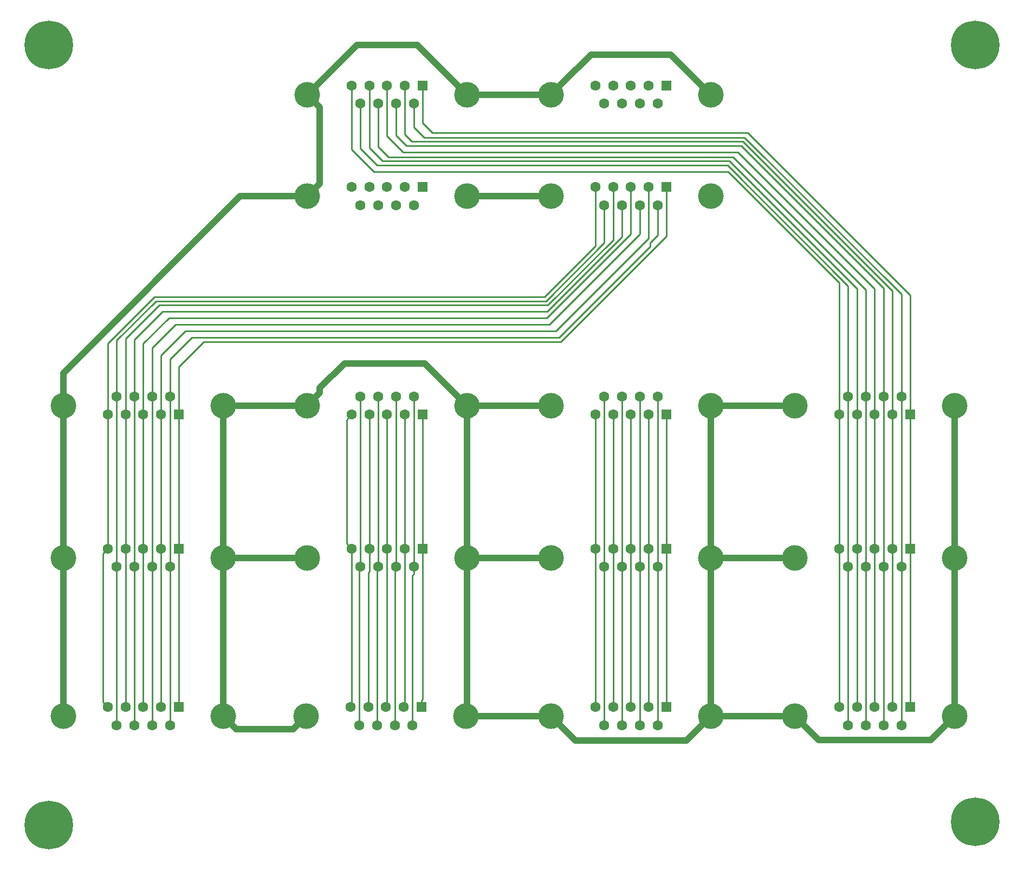
<source format=gbr>
G04 #@! TF.GenerationSoftware,KiCad,Pcbnew,(5.1.4)-1*
G04 #@! TF.CreationDate,2020-06-05T14:27:08+02:00*
G04 #@! TF.ProjectId,Breakout,42726561-6b6f-4757-942e-6b696361645f,rev?*
G04 #@! TF.SameCoordinates,Original*
G04 #@! TF.FileFunction,Copper,L2,Bot*
G04 #@! TF.FilePolarity,Positive*
%FSLAX46Y46*%
G04 Gerber Fmt 4.6, Leading zero omitted, Abs format (unit mm)*
G04 Created by KiCad (PCBNEW (5.1.4)-1) date 2020-06-05 14:27:08*
%MOMM*%
%LPD*%
G04 APERTURE LIST*
%ADD10R,1.600000X1.600000*%
%ADD11C,1.600000*%
%ADD12C,4.000000*%
%ADD13C,7.600000*%
%ADD14C,0.250000*%
%ADD15C,1.000000*%
G04 APERTURE END LIST*
D10*
X91440000Y-133985000D03*
D11*
X88670000Y-133985000D03*
X85900000Y-133985000D03*
X83130000Y-133985000D03*
X80360000Y-133985000D03*
X90055000Y-136825000D03*
X87285000Y-136825000D03*
X84515000Y-136825000D03*
X81745000Y-136825000D03*
D12*
X73400000Y-135405000D03*
X98400000Y-135405000D03*
D13*
X215900000Y-151892000D03*
D12*
X174600000Y-38250000D03*
X149600000Y-38250000D03*
D11*
X157945000Y-39670000D03*
X160715000Y-39670000D03*
X163485000Y-39670000D03*
X166255000Y-39670000D03*
X156560000Y-36830000D03*
X159330000Y-36830000D03*
X162100000Y-36830000D03*
X164870000Y-36830000D03*
D10*
X167640000Y-36830000D03*
X129540000Y-52705000D03*
D11*
X126770000Y-52705000D03*
X124000000Y-52705000D03*
X121230000Y-52705000D03*
X118460000Y-52705000D03*
X128155000Y-55545000D03*
X125385000Y-55545000D03*
X122615000Y-55545000D03*
X119845000Y-55545000D03*
D12*
X111500000Y-54125000D03*
X136500000Y-54125000D03*
D10*
X205740000Y-88265000D03*
D11*
X202970000Y-88265000D03*
X200200000Y-88265000D03*
X197430000Y-88265000D03*
X194660000Y-88265000D03*
X204355000Y-85425000D03*
X201585000Y-85425000D03*
X198815000Y-85425000D03*
X196045000Y-85425000D03*
D12*
X212700000Y-86845000D03*
X187700000Y-86845000D03*
X73400000Y-86845000D03*
X98400000Y-86845000D03*
D11*
X81745000Y-85425000D03*
X84515000Y-85425000D03*
X87285000Y-85425000D03*
X90055000Y-85425000D03*
X80360000Y-88265000D03*
X83130000Y-88265000D03*
X85900000Y-88265000D03*
X88670000Y-88265000D03*
D10*
X91440000Y-88265000D03*
X129540000Y-36830000D03*
D11*
X126770000Y-36830000D03*
X124000000Y-36830000D03*
X121230000Y-36830000D03*
X118460000Y-36830000D03*
X128155000Y-39670000D03*
X125385000Y-39670000D03*
X122615000Y-39670000D03*
X119845000Y-39670000D03*
D12*
X111500000Y-38250000D03*
X136500000Y-38250000D03*
X212700000Y-110640000D03*
X187700000Y-110640000D03*
D11*
X196045000Y-112060000D03*
X198815000Y-112060000D03*
X201585000Y-112060000D03*
X204355000Y-112060000D03*
X194660000Y-109220000D03*
X197430000Y-109220000D03*
X200200000Y-109220000D03*
X202970000Y-109220000D03*
D10*
X205740000Y-109220000D03*
X205740000Y-133985000D03*
D11*
X202970000Y-133985000D03*
X200200000Y-133985000D03*
X197430000Y-133985000D03*
X194660000Y-133985000D03*
X204355000Y-136825000D03*
X201585000Y-136825000D03*
X198815000Y-136825000D03*
X196045000Y-136825000D03*
D12*
X187700000Y-135405000D03*
X212700000Y-135405000D03*
X174600000Y-54125000D03*
X149600000Y-54125000D03*
D11*
X157945000Y-55545000D03*
X160715000Y-55545000D03*
X163485000Y-55545000D03*
X166255000Y-55545000D03*
X156560000Y-52705000D03*
X159330000Y-52705000D03*
X162100000Y-52705000D03*
X164870000Y-52705000D03*
D10*
X167640000Y-52705000D03*
D12*
X98400000Y-110640000D03*
X73400000Y-110640000D03*
D11*
X81745000Y-112060000D03*
X84515000Y-112060000D03*
X87285000Y-112060000D03*
X90055000Y-112060000D03*
X80360000Y-109220000D03*
X83130000Y-109220000D03*
X85900000Y-109220000D03*
X88670000Y-109220000D03*
D10*
X91440000Y-109220000D03*
D12*
X149600000Y-86845000D03*
X174600000Y-86845000D03*
D11*
X157945000Y-85425000D03*
X160715000Y-85425000D03*
X163485000Y-85425000D03*
X166255000Y-85425000D03*
X156560000Y-88265000D03*
X159330000Y-88265000D03*
X162100000Y-88265000D03*
X164870000Y-88265000D03*
D10*
X167640000Y-88265000D03*
X167640000Y-133985000D03*
D11*
X164870000Y-133985000D03*
X162100000Y-133985000D03*
X159330000Y-133985000D03*
X156560000Y-133985000D03*
X166255000Y-136825000D03*
X163485000Y-136825000D03*
X160715000Y-136825000D03*
X157945000Y-136825000D03*
D12*
X149600000Y-135405000D03*
X174600000Y-135405000D03*
X174600000Y-110640000D03*
X149600000Y-110640000D03*
D11*
X157945000Y-112060000D03*
X160715000Y-112060000D03*
X163485000Y-112060000D03*
X166255000Y-112060000D03*
X156560000Y-109220000D03*
X159330000Y-109220000D03*
X162100000Y-109220000D03*
X164870000Y-109220000D03*
D10*
X167640000Y-109220000D03*
X129540000Y-88265000D03*
D11*
X126770000Y-88265000D03*
X124000000Y-88265000D03*
X121230000Y-88265000D03*
X118460000Y-88265000D03*
X128155000Y-85425000D03*
X125385000Y-85425000D03*
X122615000Y-85425000D03*
X119845000Y-85425000D03*
D12*
X136500000Y-86845000D03*
X111500000Y-86845000D03*
X136325000Y-135405000D03*
X111325000Y-135405000D03*
D11*
X119670000Y-136825000D03*
X122440000Y-136825000D03*
X125210000Y-136825000D03*
X127980000Y-136825000D03*
X118285000Y-133985000D03*
X121055000Y-133985000D03*
X123825000Y-133985000D03*
X126595000Y-133985000D03*
D10*
X129365000Y-133985000D03*
X129540000Y-109220000D03*
D11*
X126770000Y-109220000D03*
X124000000Y-109220000D03*
X121230000Y-109220000D03*
X118460000Y-109220000D03*
X128155000Y-112060000D03*
X125385000Y-112060000D03*
X122615000Y-112060000D03*
X119845000Y-112060000D03*
D12*
X111500000Y-110640000D03*
X136500000Y-110640000D03*
D13*
X71120000Y-30480000D03*
X215900000Y-30480000D03*
X71120000Y-152400000D03*
D14*
X205740000Y-88265000D02*
X205740000Y-69596000D01*
X205740000Y-69596000D02*
X180340000Y-44196000D01*
X180340000Y-44196000D02*
X131064000Y-44196000D01*
X129540000Y-42672000D02*
X129540000Y-36830000D01*
X131064000Y-44196000D02*
X129540000Y-42672000D01*
X205740000Y-109220000D02*
X205740000Y-133985000D01*
X205740000Y-109220000D02*
X205740000Y-88265000D01*
X126770000Y-44474000D02*
X126770000Y-36830000D01*
X127873990Y-45577990D02*
X126770000Y-44474000D01*
X179593242Y-45577990D02*
X127873990Y-45577990D01*
X202970000Y-88265000D02*
X202970000Y-68954748D01*
X202970000Y-68954748D02*
X179593242Y-45577990D01*
X202970000Y-109220000D02*
X202970000Y-133985000D01*
X202970000Y-89396370D02*
X202970000Y-109220000D01*
X202970000Y-88265000D02*
X202970000Y-89396370D01*
X124000000Y-44752000D02*
X124000000Y-36830000D01*
X126492000Y-47244000D02*
X124000000Y-44752000D01*
X178816000Y-47244000D02*
X126492000Y-47244000D01*
X200200000Y-88265000D02*
X200200000Y-68628000D01*
X200200000Y-68628000D02*
X178816000Y-47244000D01*
X200200000Y-109220000D02*
X200200000Y-133985000D01*
X200200000Y-89396370D02*
X200200000Y-109220000D01*
X200200000Y-88265000D02*
X200200000Y-89396370D01*
X121230000Y-46554000D02*
X121230000Y-36830000D01*
X123301990Y-48625990D02*
X121230000Y-46554000D01*
X177464494Y-48625990D02*
X123301990Y-48625990D01*
X197430000Y-88265000D02*
X197430000Y-68591496D01*
X197430000Y-68591496D02*
X177464494Y-48625990D01*
X197430000Y-112636002D02*
X197430000Y-133985000D01*
X197430000Y-109220000D02*
X197430000Y-112636002D01*
X197430000Y-89396370D02*
X197430000Y-109220000D01*
X197430000Y-88265000D02*
X197430000Y-89396370D01*
X194660000Y-88265000D02*
X194660000Y-67660000D01*
X194660000Y-67660000D02*
X177292000Y-50292000D01*
X177292000Y-50292000D02*
X121920000Y-50292000D01*
X118460000Y-46832000D02*
X118460000Y-36830000D01*
X121920000Y-50292000D02*
X118460000Y-46832000D01*
X194660000Y-109220000D02*
X194660000Y-133985000D01*
X194660000Y-89396370D02*
X194660000Y-109220000D01*
X194660000Y-88265000D02*
X194660000Y-89396370D01*
X204355000Y-69420496D02*
X204355000Y-85425000D01*
X179862484Y-44927980D02*
X204355000Y-69420496D01*
X129763980Y-44927980D02*
X179862484Y-44927980D01*
X128155000Y-39670000D02*
X128155000Y-43319000D01*
X128155000Y-43319000D02*
X129763980Y-44927980D01*
X204355000Y-136825000D02*
X204355000Y-112060000D01*
X204355000Y-110380002D02*
X204355000Y-112060000D01*
X204355000Y-85425000D02*
X204355000Y-110380002D01*
X125385000Y-39670000D02*
X125385000Y-44613000D01*
X125385000Y-44613000D02*
X127000000Y-46228000D01*
X127000000Y-46228000D02*
X179324000Y-46228000D01*
X201585000Y-68489000D02*
X201585000Y-85425000D01*
X179324000Y-46228000D02*
X201585000Y-68489000D01*
X201585000Y-136825000D02*
X201585000Y-112060000D01*
X201585000Y-109796002D02*
X201585000Y-112060000D01*
X201585000Y-85425000D02*
X201585000Y-109796002D01*
X122615000Y-39670000D02*
X122615000Y-46415000D01*
X122615000Y-46415000D02*
X124175980Y-47975980D01*
X124175980Y-47975980D02*
X178023980Y-47975980D01*
X198815000Y-68767000D02*
X198815000Y-85425000D01*
X178023980Y-47975980D02*
X198815000Y-68767000D01*
X198815000Y-133408998D02*
X198815000Y-112060000D01*
X198815000Y-136825000D02*
X198815000Y-133408998D01*
X198815000Y-85425000D02*
X198815000Y-112060000D01*
X196045000Y-68125748D02*
X196045000Y-85425000D01*
X177195252Y-49276000D02*
X196045000Y-68125748D01*
X122428000Y-49276000D02*
X177195252Y-49276000D01*
X119845000Y-39670000D02*
X119845000Y-46693000D01*
X119845000Y-46693000D02*
X122428000Y-49276000D01*
X196045000Y-133408998D02*
X196045000Y-112060000D01*
X196045000Y-136825000D02*
X196045000Y-133408998D01*
X196045000Y-109796002D02*
X196045000Y-112060000D01*
X196045000Y-85425000D02*
X196045000Y-109796002D01*
D15*
X111500000Y-38250000D02*
X119270000Y-30480000D01*
X128730000Y-30480000D02*
X136500000Y-38250000D01*
X119270000Y-30480000D02*
X128730000Y-30480000D01*
X139328427Y-38250000D02*
X149600000Y-38250000D01*
X136500000Y-38250000D02*
X139328427Y-38250000D01*
X149600000Y-54125000D02*
X136500000Y-54125000D01*
X151599999Y-36250001D02*
X149600000Y-38250000D01*
X155846000Y-32004000D02*
X151599999Y-36250001D01*
X168354000Y-32004000D02*
X155846000Y-32004000D01*
X174600000Y-38250000D02*
X168354000Y-32004000D01*
X113499999Y-40249999D02*
X111500000Y-38250000D01*
X113499999Y-52125001D02*
X113499999Y-40249999D01*
X111500000Y-54125000D02*
X113499999Y-52125001D01*
X73400000Y-84016573D02*
X73400000Y-86845000D01*
X73400000Y-81781890D02*
X73400000Y-84016573D01*
X101056890Y-54125000D02*
X73400000Y-81781890D01*
X111500000Y-54125000D02*
X101056890Y-54125000D01*
X73400000Y-89673427D02*
X73400000Y-110640000D01*
X73400000Y-86845000D02*
X73400000Y-89673427D01*
X73400000Y-135405000D02*
X73400000Y-110640000D01*
X100399999Y-137404999D02*
X98400000Y-135405000D01*
X109325001Y-137404999D02*
X100399999Y-137404999D01*
X111325000Y-135405000D02*
X109325001Y-137404999D01*
X98400000Y-135405000D02*
X98400000Y-110640000D01*
X111500000Y-110640000D02*
X98400000Y-110640000D01*
X108671573Y-86845000D02*
X98400000Y-86845000D01*
X111500000Y-86845000D02*
X108671573Y-86845000D01*
X98400000Y-86845000D02*
X98400000Y-110640000D01*
X113499999Y-84845001D02*
X113499999Y-84112001D01*
X111500000Y-86845000D02*
X113499999Y-84845001D01*
X113499999Y-84112001D02*
X117348000Y-80264000D01*
X129919000Y-80264000D02*
X136500000Y-86845000D01*
X117348000Y-80264000D02*
X129919000Y-80264000D01*
X149600000Y-86845000D02*
X136500000Y-86845000D01*
X136500000Y-89673427D02*
X136500000Y-110640000D01*
X136500000Y-86845000D02*
X136500000Y-89673427D01*
X139328427Y-110640000D02*
X149600000Y-110640000D01*
X136500000Y-110640000D02*
X139328427Y-110640000D01*
X136500000Y-135230000D02*
X136325000Y-135405000D01*
X136500000Y-110640000D02*
X136500000Y-135230000D01*
X139153427Y-135405000D02*
X149600000Y-135405000D01*
X136325000Y-135405000D02*
X139153427Y-135405000D01*
X172600001Y-137404999D02*
X174600000Y-135405000D01*
X170813000Y-139192000D02*
X172600001Y-137404999D01*
X153387000Y-139192000D02*
X170813000Y-139192000D01*
X149600000Y-135405000D02*
X153387000Y-139192000D01*
X174600000Y-135405000D02*
X187700000Y-135405000D01*
X174600000Y-135405000D02*
X174600000Y-110640000D01*
X174600000Y-110640000D02*
X187700000Y-110640000D01*
X174600000Y-107811573D02*
X174600000Y-86845000D01*
X174600000Y-110640000D02*
X174600000Y-107811573D01*
X184871573Y-86845000D02*
X174600000Y-86845000D01*
X187700000Y-86845000D02*
X184871573Y-86845000D01*
X210700001Y-137404999D02*
X212700000Y-135405000D01*
X208979999Y-139125001D02*
X210700001Y-137404999D01*
X191420001Y-139125001D02*
X208979999Y-139125001D01*
X187700000Y-135405000D02*
X191420001Y-139125001D01*
X212700000Y-132576573D02*
X212700000Y-110640000D01*
X212700000Y-135405000D02*
X212700000Y-132576573D01*
X212700000Y-89673427D02*
X212700000Y-110640000D01*
X212700000Y-86845000D02*
X212700000Y-89673427D01*
D14*
X157945000Y-56676370D02*
X157945000Y-55545000D01*
X157945000Y-61414252D02*
X157945000Y-56676370D01*
X148859242Y-70500010D02*
X157945000Y-61414252D01*
X87899242Y-70500010D02*
X148859242Y-70500010D01*
X81745000Y-76654252D02*
X87899242Y-70500010D01*
X81745000Y-85425000D02*
X81745000Y-76654252D01*
X81745000Y-136825000D02*
X81745000Y-112060000D01*
X81745000Y-87688998D02*
X81745000Y-85425000D01*
X81745000Y-112060000D02*
X81745000Y-87688998D01*
X84515000Y-85425000D02*
X84515000Y-76521000D01*
X84515000Y-76521000D02*
X88900000Y-72136000D01*
X160715000Y-56676370D02*
X160715000Y-55545000D01*
X160715000Y-60482756D02*
X160715000Y-56676370D01*
X149061756Y-72136000D02*
X160715000Y-60482756D01*
X88900000Y-72136000D02*
X149061756Y-72136000D01*
X84515000Y-85425000D02*
X84515000Y-112060000D01*
X84515000Y-136825000D02*
X84515000Y-112060000D01*
X87285000Y-85425000D02*
X87285000Y-77815000D01*
X87285000Y-77815000D02*
X90932000Y-74168000D01*
X90932000Y-74168000D02*
X149352000Y-74168000D01*
X163485000Y-60035000D02*
X163485000Y-55545000D01*
X149352000Y-74168000D02*
X163485000Y-60035000D01*
X87285000Y-85425000D02*
X87285000Y-112177000D01*
X87285000Y-112177000D02*
X87285000Y-112060000D01*
X87285000Y-136825000D02*
X87285000Y-112060000D01*
X90055000Y-85425000D02*
X90055000Y-79617000D01*
X90055000Y-79617000D02*
X93472000Y-76200000D01*
X93472000Y-76200000D02*
X150876000Y-76200000D01*
X166255000Y-60216252D02*
X166255000Y-56676370D01*
X165100000Y-61371252D02*
X166255000Y-60216252D01*
X165100000Y-61976000D02*
X165100000Y-61371252D01*
X166255000Y-56676370D02*
X166255000Y-55545000D01*
X150876000Y-76200000D02*
X165100000Y-61976000D01*
X90055000Y-110380002D02*
X90055000Y-112060000D01*
X90055000Y-85425000D02*
X90055000Y-110380002D01*
X90055000Y-136825000D02*
X90055000Y-112060000D01*
X156560000Y-61880000D02*
X156560000Y-52705000D01*
X148590000Y-69850000D02*
X156560000Y-61880000D01*
X87630000Y-69850000D02*
X148590000Y-69850000D01*
X80360000Y-77120000D02*
X87630000Y-69850000D01*
X80360000Y-88265000D02*
X80360000Y-77120000D01*
X80360000Y-89396370D02*
X80360000Y-109220000D01*
X80360000Y-88265000D02*
X80360000Y-89396370D01*
X79560001Y-133185001D02*
X80360000Y-133985000D01*
X79560001Y-110019999D02*
X79560001Y-133185001D01*
X80360000Y-109220000D02*
X79560001Y-110019999D01*
X83130000Y-76382000D02*
X83130000Y-88265000D01*
X88361980Y-71150020D02*
X83130000Y-76382000D01*
X149128484Y-71150020D02*
X88361980Y-71150020D01*
X159330000Y-52705000D02*
X159330000Y-60948504D01*
X159330000Y-60948504D02*
X149128484Y-71150020D01*
X83130000Y-89396370D02*
X83130000Y-109220000D01*
X83130000Y-88265000D02*
X83130000Y-89396370D01*
X83130000Y-109220000D02*
X83130000Y-133985000D01*
X162100000Y-60017008D02*
X148965008Y-73152000D01*
X162100000Y-52705000D02*
X162100000Y-60017008D01*
X148965008Y-73152000D02*
X89916000Y-73152000D01*
X85900000Y-77168000D02*
X85900000Y-88265000D01*
X89916000Y-73152000D02*
X85900000Y-77168000D01*
X85900000Y-109220000D02*
X85900000Y-88265000D01*
X85900000Y-112636002D02*
X85900000Y-133985000D01*
X85900000Y-109220000D02*
X85900000Y-112636002D01*
X164870000Y-52705000D02*
X164870000Y-60682000D01*
X164870000Y-60682000D02*
X150368000Y-75184000D01*
X150368000Y-75184000D02*
X92456000Y-75184000D01*
X88670000Y-78970000D02*
X88670000Y-88265000D01*
X92456000Y-75184000D02*
X88670000Y-78970000D01*
X88670000Y-109220000D02*
X88670000Y-88265000D01*
X88670000Y-109220000D02*
X88670000Y-133985000D01*
X167640000Y-60355252D02*
X151145242Y-76850010D01*
X167640000Y-52705000D02*
X167640000Y-60355252D01*
X151145242Y-76850010D02*
X95361990Y-76850010D01*
X91440000Y-80772000D02*
X91440000Y-88265000D01*
X95361990Y-76850010D02*
X91440000Y-80772000D01*
X91440000Y-109220000D02*
X91440000Y-88265000D01*
X91440000Y-109220000D02*
X91440000Y-133985000D01*
X157945000Y-109796002D02*
X157945000Y-112060000D01*
X157945000Y-85425000D02*
X157945000Y-109796002D01*
X157945000Y-134561002D02*
X157945000Y-136825000D01*
X157945000Y-112060000D02*
X157945000Y-134561002D01*
X160715000Y-85425000D02*
X160715000Y-112060000D01*
X160715000Y-112060000D02*
X160715000Y-136825000D01*
X163485000Y-134561002D02*
X163485000Y-136825000D01*
X163485000Y-112060000D02*
X163485000Y-134561002D01*
X163485000Y-85425000D02*
X163485000Y-112060000D01*
X166255000Y-112060000D02*
X166255000Y-136825000D01*
X166255000Y-85425000D02*
X166255000Y-112060000D01*
X156560000Y-89396370D02*
X156560000Y-109220000D01*
X156560000Y-88265000D02*
X156560000Y-89396370D01*
X156560000Y-133985000D02*
X156560000Y-109220000D01*
X159330000Y-89396370D02*
X159330000Y-109220000D01*
X159330000Y-88265000D02*
X159330000Y-89396370D01*
X159330000Y-133985000D02*
X159330000Y-109220000D01*
X162100000Y-89396370D02*
X162100000Y-109220000D01*
X162100000Y-88265000D02*
X162100000Y-89396370D01*
X162100000Y-111483998D02*
X162100000Y-109220000D01*
X162100000Y-133985000D02*
X162100000Y-111483998D01*
X164870000Y-111483998D02*
X164870000Y-109220000D01*
X164870000Y-133985000D02*
X164870000Y-111483998D01*
X164870000Y-89396370D02*
X164870000Y-109220000D01*
X164870000Y-88265000D02*
X164870000Y-89396370D01*
X167640000Y-133985000D02*
X167640000Y-109220000D01*
X167640000Y-89315000D02*
X167640000Y-109220000D01*
X167640000Y-88265000D02*
X167640000Y-89315000D01*
X129540000Y-89315000D02*
X129540000Y-109220000D01*
X129540000Y-88265000D02*
X129540000Y-89315000D01*
X129540000Y-110270000D02*
X129540000Y-109220000D01*
X129540000Y-132760000D02*
X129540000Y-110270000D01*
X129365000Y-132935000D02*
X129540000Y-132760000D01*
X129365000Y-133985000D02*
X129365000Y-132935000D01*
X126770000Y-89396370D02*
X126770000Y-109220000D01*
X126770000Y-88265000D02*
X126770000Y-89396370D01*
X126770000Y-133810000D02*
X126595000Y-133985000D01*
X126770000Y-109220000D02*
X126770000Y-133810000D01*
X124000000Y-89396370D02*
X124000000Y-109220000D01*
X124000000Y-88265000D02*
X124000000Y-89396370D01*
X124000000Y-133810000D02*
X123825000Y-133985000D01*
X124000000Y-109220000D02*
X124000000Y-133810000D01*
X121230000Y-89396370D02*
X121230000Y-109220000D01*
X121230000Y-88265000D02*
X121230000Y-89396370D01*
X121230000Y-110351370D02*
X121230000Y-109220000D01*
X121230000Y-112756000D02*
X121230000Y-110351370D01*
X121055000Y-112931000D02*
X121230000Y-112756000D01*
X121055000Y-133985000D02*
X121055000Y-112931000D01*
X117660001Y-108420001D02*
X118460000Y-109220000D01*
X117660001Y-89064999D02*
X117660001Y-108420001D01*
X118460000Y-88265000D02*
X117660001Y-89064999D01*
X118460000Y-109220000D02*
X118460000Y-134524000D01*
X118285000Y-134349000D02*
X118285000Y-133985000D01*
X118460000Y-134524000D02*
X118285000Y-134349000D01*
X128155000Y-110380002D02*
X128155000Y-112060000D01*
X128155000Y-85425000D02*
X128155000Y-110380002D01*
X127980000Y-135693630D02*
X127980000Y-136825000D01*
X127980000Y-113366370D02*
X127980000Y-135693630D01*
X128155000Y-113191370D02*
X127980000Y-113366370D01*
X128155000Y-112060000D02*
X128155000Y-113191370D01*
X125210000Y-112235000D02*
X125385000Y-112060000D01*
X125210000Y-136825000D02*
X125210000Y-112235000D01*
X125385000Y-87688998D02*
X125385000Y-85425000D01*
X125385000Y-112060000D02*
X125385000Y-87688998D01*
X122440000Y-112235000D02*
X122615000Y-112060000D01*
X122440000Y-136825000D02*
X122440000Y-112235000D01*
X122615000Y-112060000D02*
X122615000Y-85425000D01*
X119670000Y-112235000D02*
X119845000Y-112060000D01*
X119670000Y-136825000D02*
X119670000Y-112235000D01*
X119845000Y-112060000D02*
X119845000Y-85425000D01*
M02*

</source>
